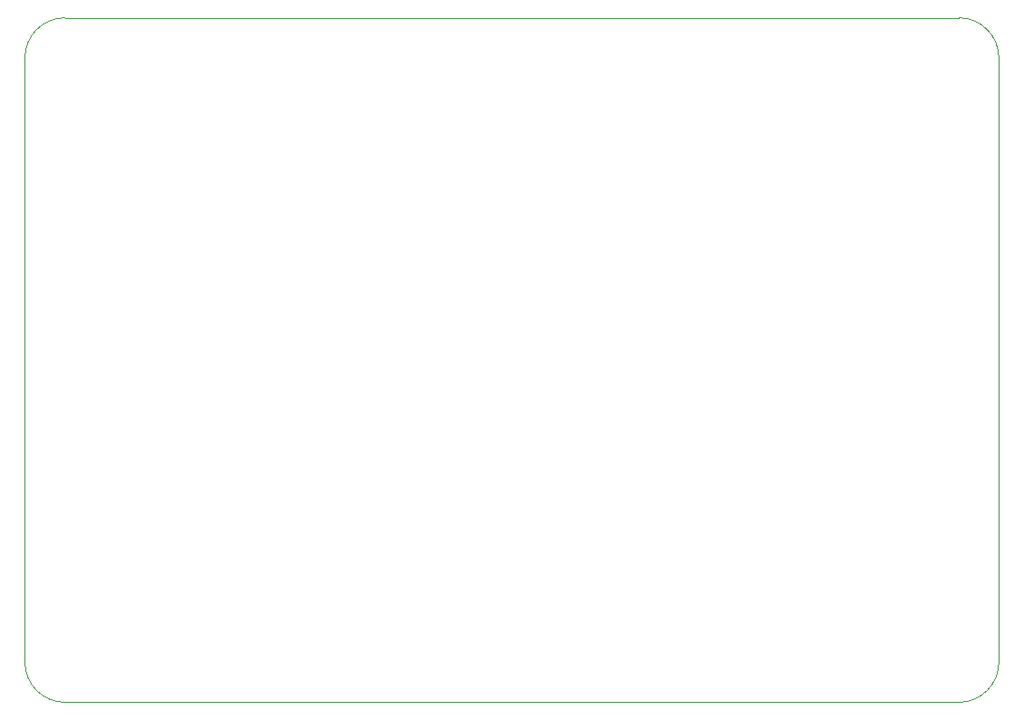
<source format=gbr>
%TF.GenerationSoftware,KiCad,Pcbnew,8.0.6*%
%TF.CreationDate,2024-10-30T20:12:06+07:00*%
%TF.ProjectId,NO2C,4e4f3243-2e6b-4696-9361-645f70636258,vD1*%
%TF.SameCoordinates,Original*%
%TF.FileFunction,Profile,NP*%
%FSLAX46Y46*%
G04 Gerber Fmt 4.6, Leading zero omitted, Abs format (unit mm)*
G04 Created by KiCad (PCBNEW 8.0.6) date 2024-10-30 20:12:06*
%MOMM*%
%LPD*%
G01*
G04 APERTURE LIST*
%TA.AperFunction,Profile*%
%ADD10C,0.100000*%
%TD*%
G04 APERTURE END LIST*
D10*
X91000000Y60250000D02*
X91000000Y3750000D01*
X0Y3750000D02*
X0Y60250000D01*
X87250000Y0D02*
X3750000Y0D01*
X87250000Y64000000D02*
G75*
G02*
X91000000Y60250000I0J-3750000D01*
G01*
X0Y60250000D02*
G75*
G02*
X3750000Y64000000I3750000J0D01*
G01*
X91000000Y3750000D02*
G75*
G02*
X87250000Y0I-3750000J0D01*
G01*
X3750000Y64000000D02*
X87250000Y64000000D01*
X3750000Y0D02*
G75*
G02*
X0Y3750000I0J3750000D01*
G01*
M02*

</source>
